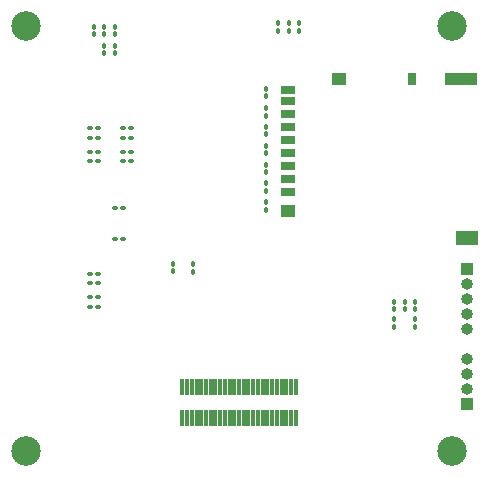
<source format=gbr>
%TF.GenerationSoftware,KiCad,Pcbnew,7.0.6*%
%TF.CreationDate,2023-09-15T14:04:58+02:00*%
%TF.ProjectId,V8,56382e6b-6963-4616-945f-706362585858,rev?*%
%TF.SameCoordinates,Original*%
%TF.FileFunction,Soldermask,Bot*%
%TF.FilePolarity,Negative*%
%FSLAX46Y46*%
G04 Gerber Fmt 4.6, Leading zero omitted, Abs format (unit mm)*
G04 Created by KiCad (PCBNEW 7.0.6) date 2023-09-15 14:04:58*
%MOMM*%
%LPD*%
G01*
G04 APERTURE LIST*
G04 Aperture macros list*
%AMRoundRect*
0 Rectangle with rounded corners*
0 $1 Rounding radius*
0 $2 $3 $4 $5 $6 $7 $8 $9 X,Y pos of 4 corners*
0 Add a 4 corners polygon primitive as box body*
4,1,4,$2,$3,$4,$5,$6,$7,$8,$9,$2,$3,0*
0 Add four circle primitives for the rounded corners*
1,1,$1+$1,$2,$3*
1,1,$1+$1,$4,$5*
1,1,$1+$1,$6,$7*
1,1,$1+$1,$8,$9*
0 Add four rect primitives between the rounded corners*
20,1,$1+$1,$2,$3,$4,$5,0*
20,1,$1+$1,$4,$5,$6,$7,0*
20,1,$1+$1,$6,$7,$8,$9,0*
20,1,$1+$1,$8,$9,$2,$3,0*%
G04 Aperture macros list end*
%ADD10R,1.000000X1.000000*%
%ADD11O,1.000000X1.000000*%
%ADD12C,2.500000*%
%ADD13RoundRect,0.100000X-0.100000X0.130000X-0.100000X-0.130000X0.100000X-0.130000X0.100000X0.130000X0*%
%ADD14RoundRect,0.100000X0.130000X0.100000X-0.130000X0.100000X-0.130000X-0.100000X0.130000X-0.100000X0*%
%ADD15RoundRect,0.100000X-0.130000X-0.100000X0.130000X-0.100000X0.130000X0.100000X-0.130000X0.100000X0*%
%ADD16RoundRect,0.100000X0.100000X-0.130000X0.100000X0.130000X-0.100000X0.130000X-0.100000X-0.130000X0*%
%ADD17R,1.200000X0.700000*%
%ADD18R,0.800000X1.000000*%
%ADD19R,2.800000X1.000000*%
%ADD20R,1.200000X1.000000*%
%ADD21R,1.900000X1.300000*%
%ADD22RoundRect,0.102000X0.100000X0.570000X-0.100000X0.570000X-0.100000X-0.570000X0.100000X-0.570000X0*%
G04 APERTURE END LIST*
D10*
%TO.C,J8*%
X169300000Y-102590000D03*
D11*
X169300000Y-103860000D03*
X169300000Y-105130000D03*
X169300000Y-106400000D03*
X169300000Y-107670000D03*
%TD*%
D12*
%TO.C,H4*%
X168000000Y-118000000D03*
%TD*%
%TO.C,H1*%
X132000000Y-82000000D03*
%TD*%
D10*
%TO.C,J2*%
X169300000Y-114000000D03*
D11*
X169300000Y-112730000D03*
X169300000Y-111460000D03*
X169300000Y-110190000D03*
%TD*%
D12*
%TO.C,H2*%
X168000000Y-82000000D03*
%TD*%
%TO.C,H3*%
X132000000Y-118000000D03*
%TD*%
D13*
%TO.C,R26*%
X153300000Y-81780000D03*
X153300000Y-82420000D03*
%TD*%
%TO.C,R18*%
X154200000Y-81780000D03*
X154200000Y-82420000D03*
%TD*%
D14*
%TO.C,R2*%
X138020000Y-90700000D03*
X137380000Y-90700000D03*
%TD*%
D13*
%TO.C,C26*%
X152300000Y-90560000D03*
X152300000Y-91200000D03*
%TD*%
D14*
%TO.C,R1*%
X140820000Y-90700000D03*
X140180000Y-90700000D03*
%TD*%
D15*
%TO.C,C5*%
X137380000Y-105000000D03*
X138020000Y-105000000D03*
%TD*%
D16*
%TO.C,C15*%
X146100000Y-102820000D03*
X146100000Y-102180000D03*
%TD*%
%TO.C,R11*%
X152300000Y-96000000D03*
X152300000Y-95360000D03*
%TD*%
D15*
%TO.C,R6*%
X137380000Y-103000000D03*
X138020000Y-103000000D03*
%TD*%
D13*
%TO.C,C8*%
X138600000Y-82080000D03*
X138600000Y-82720000D03*
%TD*%
D14*
%TO.C,R3*%
X138020000Y-93500000D03*
X137380000Y-93500000D03*
%TD*%
%TO.C,C3*%
X138020000Y-92700000D03*
X137380000Y-92700000D03*
%TD*%
%TO.C,C4*%
X140820000Y-92700000D03*
X140180000Y-92700000D03*
%TD*%
D16*
%TO.C,R12*%
X152300000Y-97600000D03*
X152300000Y-96960000D03*
%TD*%
D17*
%TO.C,J1*%
X154175000Y-96100000D03*
X154175000Y-95000000D03*
X154175000Y-93900000D03*
X154175000Y-92800000D03*
X154175000Y-91700000D03*
X154175000Y-90600000D03*
X154175000Y-89500000D03*
X154175000Y-88400000D03*
X154175000Y-87450000D03*
D18*
X164675000Y-86500000D03*
D19*
X168825000Y-86500000D03*
D20*
X158475000Y-86500000D03*
X154175000Y-97650000D03*
D21*
X169275000Y-100000000D03*
%TD*%
D14*
%TO.C,C2*%
X138020000Y-91500000D03*
X137380000Y-91500000D03*
%TD*%
D16*
%TO.C,C10*%
X139500000Y-84320000D03*
X139500000Y-83680000D03*
%TD*%
D13*
%TO.C,R7*%
X152300000Y-87330000D03*
X152300000Y-87970000D03*
%TD*%
D15*
%TO.C,C13*%
X139532500Y-100050000D03*
X140172500Y-100050000D03*
%TD*%
D16*
%TO.C,R9*%
X152300000Y-92800000D03*
X152300000Y-92160000D03*
%TD*%
D15*
%TO.C,R5*%
X137380000Y-105800000D03*
X138020000Y-105800000D03*
%TD*%
D16*
%TO.C,R10*%
X152300000Y-94400000D03*
X152300000Y-93760000D03*
%TD*%
%TO.C,R21*%
X164925000Y-106000000D03*
X164925000Y-105360000D03*
%TD*%
D13*
%TO.C,C9*%
X137700000Y-82080000D03*
X137700000Y-82720000D03*
%TD*%
D16*
%TO.C,C7*%
X139500000Y-82720000D03*
X139500000Y-82080000D03*
%TD*%
%TO.C,R25*%
X155100000Y-82420000D03*
X155100000Y-81780000D03*
%TD*%
D13*
%TO.C,R22*%
X164025000Y-105360000D03*
X164025000Y-106000000D03*
%TD*%
%TO.C,C14*%
X144400000Y-102160000D03*
X144400000Y-102800000D03*
%TD*%
D15*
%TO.C,C12*%
X139532500Y-97450000D03*
X140172500Y-97450000D03*
%TD*%
D16*
%TO.C,C29*%
X164925000Y-107500000D03*
X164925000Y-106860000D03*
%TD*%
D22*
%TO.C,P1*%
X154800000Y-115220000D03*
X154800000Y-112580000D03*
X154400000Y-115220000D03*
X154400000Y-112580000D03*
X154000000Y-115220000D03*
X154000000Y-112580000D03*
X153600000Y-115220000D03*
X153600000Y-112580000D03*
X153200000Y-115220000D03*
X153200000Y-112580000D03*
X152800000Y-115220000D03*
X152800000Y-112580000D03*
X152400000Y-115220000D03*
X152400000Y-112580000D03*
X152000000Y-115220000D03*
X152000000Y-112580000D03*
X151600000Y-115220000D03*
X151600000Y-112580000D03*
X151200000Y-115220000D03*
X151200000Y-112580000D03*
X150800000Y-115220000D03*
X150800000Y-112580000D03*
X150400000Y-115220000D03*
X150400000Y-112580000D03*
X150000000Y-115220000D03*
X150000000Y-112580000D03*
X149600000Y-115220000D03*
X149600000Y-112580000D03*
X149200000Y-115220000D03*
X149200000Y-112580000D03*
X148800000Y-115220000D03*
X148800000Y-112580000D03*
X148400000Y-115220000D03*
X148400000Y-112580000D03*
X148000000Y-115220000D03*
X148000000Y-112580000D03*
X147600000Y-115220000D03*
X147600000Y-112580000D03*
X147200000Y-115220000D03*
X147200000Y-112580000D03*
X146800000Y-115220000D03*
X146800000Y-112580000D03*
X146400000Y-115220000D03*
X146400000Y-112580000D03*
X146000000Y-115220000D03*
X146000000Y-112580000D03*
X145600000Y-115220000D03*
X145600000Y-112580000D03*
X145200000Y-115220000D03*
X145200000Y-112580000D03*
%TD*%
D16*
%TO.C,R24*%
X163125000Y-107500000D03*
X163125000Y-106860000D03*
%TD*%
D14*
%TO.C,R4*%
X140820000Y-93500000D03*
X140180000Y-93500000D03*
%TD*%
D15*
%TO.C,C6*%
X137380000Y-103800000D03*
X138020000Y-103800000D03*
%TD*%
D14*
%TO.C,C1*%
X140820000Y-91500000D03*
X140180000Y-91500000D03*
%TD*%
D13*
%TO.C,C11*%
X138600000Y-83680000D03*
X138600000Y-84320000D03*
%TD*%
%TO.C,R8*%
X152300000Y-89000000D03*
X152300000Y-89640000D03*
%TD*%
%TO.C,R23*%
X163125000Y-105360000D03*
X163125000Y-106000000D03*
%TD*%
M02*

</source>
